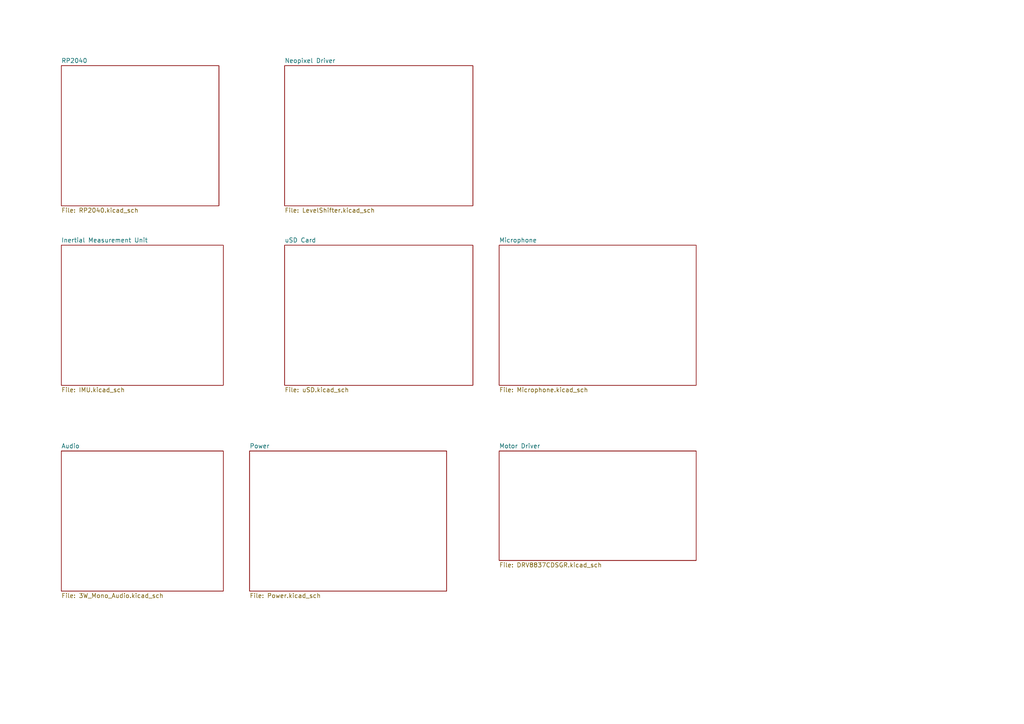
<source format=kicad_sch>
(kicad_sch (version 20211123) (generator eeschema)
  (paper "A4")
  (title_block (title "RP2040 Template") (date "2022-05-18") (rev "4") (company "J & R Creative Technologies Inc.") (comment 1 "@RangenMichael") (comment 2 "https://twitter.com/RangenMichael") (comment 3 "MIT License") (comment 4 "https://github.com/mrangen/RP2040-Dev-Board"))
  (lib_symbols)
  (sheet (at 17.78 130.81) (size 46.99 40.64) (stroke (width 0.1524))
    (property "Sheet name" "Audio" (at 17.78 130.0984 0) (effects (justify left bottom)))
    (property "Sheet file" "3W_Mono_Audio.kicad_sch" (at 17.78 172.0346 0) (effects (justify left top)))
  )
  (sheet (at 72.39 130.81) (size 57.15 40.64) (stroke (width 0.1524))
    (property "Sheet name" "Power" (at 72.39 130.0984 0) (effects (justify left bottom)))
    (property "Sheet file" "Power.kicad_sch" (at 72.39 172.0346 0) (effects (justify left top)))
  )
  (sheet (at 17.78 19.05) (size 45.72 40.64) (stroke (width 0.1524))
    (property "Sheet name" "RP2040" (at 17.78 18.3384 0) (effects (justify left bottom)))
    (property "Sheet file" "RP2040.kicad_sch" (at 17.78 60.2746 0) (effects (justify left top)))
  )
  (sheet (at 17.78 71.12) (size 46.99 40.64) (stroke (width 0.1524))
    (property "Sheet name" "Inertial Measurement Unit" (at 17.78 70.4084 0) (effects (justify left bottom)))
    (property "Sheet file" "IMU.kicad_sch" (at 17.78 112.3446 0) (effects (justify left top)))
  )
  (sheet (at 82.55 19.05) (size 54.61 40.64) (stroke (width 0.1524))
    (property "Sheet name" "Neopixel Driver" (at 82.55 18.3384 0) (effects (justify left bottom)))
    (property "Sheet file" "LevelShifter.kicad_sch" (at 82.55 60.2746 0) (effects (justify left top)))
  )
  (sheet (at 144.78 71.12) (size 57.15 40.64) (stroke (width 0.1524))
    (property "Sheet name" "Microphone" (at 144.78 70.4084 0) (effects (justify left bottom)))
    (property "Sheet file" "Microphone.kicad_sch" (at 144.78 112.3446 0) (effects (justify left top)))
  )
  (sheet (at 144.78 130.81) (size 57.15 31.75) (stroke (width 0.1524))
    (property "Sheet name" "Motor Driver" (at 144.78 130.0984 0) (effects (justify left bottom)))
    (property "Sheet file" "DRV8837CDSGR.kicad_sch" (at 144.78 163.1446 0) (effects (justify left top)))
  )
  (sheet (at 82.55 71.12) (size 54.61 40.64) (stroke (width 0.1524))
    (property "Sheet name" "uSD Card" (at 82.55 70.4084 0) (effects (justify left bottom)))
    (property "Sheet file" "uSD.kicad_sch" (at 82.55 112.3446 0) (effects (justify left top)))
  )
)
</source>
